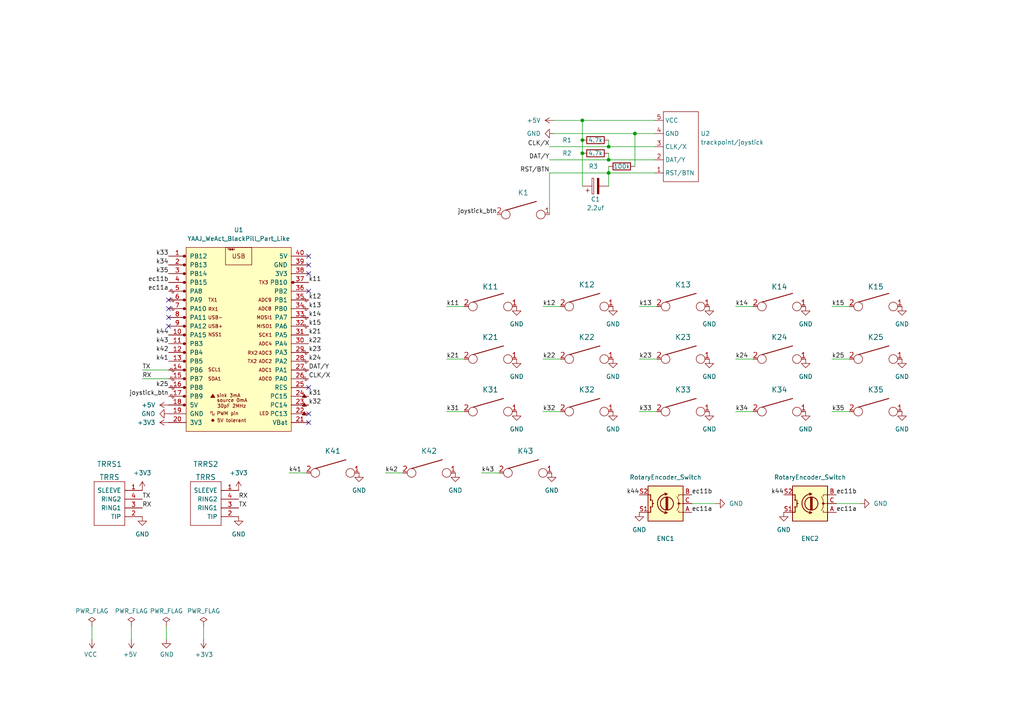
<source format=kicad_sch>
(kicad_sch (version 20211123) (generator eeschema)
  (paper "A4")
  (lib_symbols
    (symbol "Device:C_Polarized" (pin_numbers hide) (pin_names (offset 0.254))
      (property "Reference" "C" (at 0.635 2.54 0))
      (property "Value" "C_Polarized" (at 0.635 -2.54 0))
      (symbol "C_Polarized_0_1"
        (rectangle (start -2.286 0.508) (end 2.286 1.016))
        (polyline (pts (xy -1.778 2.286) (xy -0.762 2.286)))
        (polyline (pts (xy -1.27 2.794) (xy -1.27 1.778)))
        (rectangle (start 2.286 -0.508) (end -2.286 -1.016) (fill (type outline)))
      )
      (symbol "C_Polarized_1_1"
        (pin passive line (at 0 3.81 270) (length 2.794) (name "~") (number "1"))
        (pin passive line (at 0 -3.81 90) (length 2.794) (name "~") (number "2"))
      )
    )
    (symbol "Device:R" (pin_numbers hide) (pin_names (offset 0))
      (property "Reference" "R" (at 2.032 0 90))
      (property "Value" "R" (at 0 0 90))
      (symbol "R_0_1"
        (rectangle (start -1.016 -2.54) (end 1.016 2.54) (stroke (width 0.254)))
      )
      (symbol "R_1_1"
        (pin passive line (at 0 3.81 270) (length 1.27) (name "~") (number "1"))
        (pin passive line (at 0 -3.81 90) (length 1.27) (name "~") (number "2"))
      )
    )
    (symbol "Device:RotaryEncoder_Switch" (pin_names (offset 0.254) hide)
      (property "Reference" "SW" (at 0 6.604 0))
      (property "Value" "RotaryEncoder_Switch" (at 0 -6.604 0))
      (symbol "RotaryEncoder_Switch_0_1"
        (rectangle (start -5.08 5.08) (end 5.08 -5.08) (stroke (width 0.254)) (fill (type background)))
        (circle (center -3.81 0) (radius 0.254) (fill (type outline)))
        (arc (start -0.381 -2.794) (mid 2.3622 -0.0508) (end -0.381 2.667) (stroke (width 0.254)))
        (circle (center -0.381 0) (radius 1.905) (stroke (width 0.254)))
        (polyline (pts (xy -0.635 -1.778) (xy -0.635 1.778)) (stroke (width 0.254)))
        (polyline (pts (xy -0.381 -1.778) (xy -0.381 1.778)) (stroke (width 0.254)))
        (polyline (pts (xy -0.127 1.778) (xy -0.127 -1.778)) (stroke (width 0.254)))
        (polyline (pts (xy 3.81 0) (xy 3.429 0)) (stroke (width 0.254)))
        (polyline (pts (xy 3.81 1.016) (xy 3.81 -1.016)) (stroke (width 0.254)))
        (polyline (pts (xy -5.08 -2.54) (xy -3.81 -2.54) (xy -3.81 -2.032)))
        (polyline (pts (xy -5.08 2.54) (xy -3.81 2.54) (xy -3.81 2.032)))
        (polyline (pts (xy 0.254 -3.048) (xy -0.508 -2.794) (xy 0.127 -2.413)) (stroke (width 0.254)))
        (polyline (pts (xy 0.254 2.921) (xy -0.508 2.667) (xy 0.127 2.286)) (stroke (width 0.254)))
        (polyline (pts (xy 5.08 -2.54) (xy 4.318 -2.54) (xy 4.318 -1.016)) (stroke (width 0.254)))
        (polyline (pts (xy 5.08 2.54) (xy 4.318 2.54) (xy 4.318 1.016)) (stroke (width 0.254)))
        (polyline (pts (xy -5.08 0) (xy -3.81 0) (xy -3.81 -1.016) (xy -3.302 -2.032)))
        (polyline (pts (xy -4.318 0) (xy -3.81 0) (xy -3.81 1.016) (xy -3.302 2.032)))
        (circle (center 4.318 -1.016) (radius 0.127) (stroke (width 0.254)))
        (circle (center 4.318 1.016) (radius 0.127) (stroke (width 0.254)))
      )
      (symbol "RotaryEncoder_Switch_1_1"
        (pin passive line (at -7.62 2.54 0) (length 2.54) (name "A") (number "A"))
        (pin passive line (at -7.62 -2.54 0) (length 2.54) (name "B") (number "B"))
        (pin passive line (at -7.62 0 0) (length 2.54) (name "C") (number "C"))
        (pin passive line (at 7.62 2.54 180) (length 2.54) (name "S1") (number "S1"))
        (pin passive line (at 7.62 -2.54 180) (length 2.54) (name "S2") (number "S2"))
      )
    )
    (symbol "YAAJ_WeAct_BlackPill_Part_Like:YAAJ_WeAct_BlackPill_Part_Like" (pin_names (offset 1.016))
      (property "Reference" "U" (at -12.7 27.94 0))
      (property "Value" "YAAJ_WeAct_BlackPill_Part_Like" (at 0 2.54 90))
      (symbol "YAAJ_WeAct_BlackPill_Part_Like_0_0"
        (circle (center -15.748 -20.32) (radius 0.3556) (fill (type outline)))
        (circle (center -15.748 -17.78) (radius 0.3556) (fill (type outline)))
        (circle (center -15.748 -15.24) (radius 0.3556) (fill (type outline)))
        (circle (center -15.748 -12.7) (radius 0.3556) (fill (type outline)))
        (circle (center -15.748 -10.16) (radius 0.3556) (fill (type outline)))
        (circle (center -15.748 -7.62) (radius 0.3556) (fill (type outline)))
        (circle (center -15.748 -5.08) (radius 0.3556) (fill (type outline)))
        (circle (center -15.748 -2.54) (radius 0.3556) (fill (type outline)))
        (circle (center -15.748 0) (radius 0.3556) (fill (type outline)))
        (circle (center -15.748 2.54) (radius 0.3556) (fill (type outline)))
        (circle (center -15.748 5.08) (radius 0.3556) (fill (type outline)))
        (circle (center -15.748 7.62) (radius 0.3556) (fill (type outline)))
        (circle (center -15.748 10.16) (radius 0.3556) (fill (type outline)))
        (circle (center -15.748 12.7) (radius 0.3556) (fill (type outline)))
        (circle (center -15.748 15.24) (radius 0.3556) (fill (type outline)))
        (circle (center -15.748 17.78) (radius 0.3556) (fill (type outline)))
        (circle (center -15.748 22.86) (radius 0.3556) (fill (type outline)))
        (circle (center -7.493 -24.765) (radius 0.127) (fill (type outline)))
        (circle (center -7.493 -24.765) (radius 0.254))
        (circle (center -7.493 -24.765) (radius 0.3556))
        (polyline (pts (xy -8.128 -18.161) (xy -7.493 -17.145) (xy -6.858 -18.161) (xy -8.128 -18.161) (xy -7.493 -17.272) (xy -6.985 -18.161) (xy -8.001 -18.034) (xy -7.493 -17.399) (xy -7.112 -18.161) (xy -7.874 -17.907) (xy -7.366 -17.526) (xy -7.239 -18.161) (xy -7.747 -17.78) (xy -7.239 -17.653) (xy -7.366 -18.034) (xy -7.62 -17.78) (xy -7.366 -17.907) (xy -7.493 -17.653)))
        (polyline (pts (xy 18.415 -23.241) (xy 19.05 -22.225) (xy 19.685 -23.241) (xy 18.415 -23.241) (xy 19.05 -22.352) (xy 19.558 -23.241) (xy 18.542 -23.114) (xy 19.05 -22.479) (xy 19.431 -23.241) (xy 18.669 -22.987) (xy 19.177 -22.606) (xy 19.304 -23.241) (xy 18.796 -22.86) (xy 19.304 -22.733) (xy 19.177 -23.114) (xy 18.923 -22.86) (xy 19.177 -22.987) (xy 19.05 -22.733)))
        (polyline (pts (xy 18.415 -20.701) (xy 19.05 -19.685) (xy 19.685 -20.701) (xy 18.415 -20.701) (xy 19.05 -19.812) (xy 19.558 -20.701) (xy 18.542 -20.574) (xy 19.05 -19.939) (xy 19.431 -20.701) (xy 18.669 -20.447) (xy 19.177 -20.066) (xy 19.304 -20.701) (xy 18.796 -20.32) (xy 19.304 -20.193) (xy 19.177 -20.574) (xy 18.923 -20.32) (xy 19.177 -20.447) (xy 19.05 -20.193)))
        (polyline (pts (xy 18.415 -18.161) (xy 19.05 -17.145) (xy 19.685 -18.161) (xy 18.415 -18.161) (xy 19.05 -17.272) (xy 19.558 -18.161) (xy 18.542 -18.034) (xy 19.05 -17.399) (xy 19.431 -18.161) (xy 18.669 -17.907) (xy 19.177 -17.526) (xy 19.304 -18.161) (xy 18.796 -17.78) (xy 19.304 -17.653) (xy 19.177 -18.034) (xy 18.923 -17.78) (xy 19.177 -17.907) (xy 19.05 -17.653)))
        (circle (center 15.748 15.24) (radius 0.254) (fill (type outline)))
        (circle (center 15.748 15.24) (radius 0.3556))
        (text "30pF 2MHz" (at -2.032 -20.574 0) (effects (font (size 0.9906 0.9906))))
        (text "5V tolerant" (at -2.032 -24.765 0) (effects (font (size 0.9906 0.9906))))
        (text "ADC0" (at 7.747 -12.7 0) (effects (font (size 0.9906 0.9906))))
        (text "ADC1" (at 7.747 -10.16 0) (effects (font (size 0.9906 0.9906))))
        (text "ADC2" (at 7.747 -7.62 0) (effects (font (size 0.9906 0.9906))))
        (text "ADC3" (at 7.747 -5.207 0) (effects (font (size 0.9906 0.9906))))
        (text "ADC4" (at 7.747 -2.54 0) (effects (font (size 0.9906 0.9906))))
        (text "ADC8" (at 7.62 7.62 0) (effects (font (size 0.9906 0.9906))))
        (text "ADC9" (at 7.62 10.16 0) (effects (font (size 0.9906 0.9906))))
        (text "LED" (at 7.366 -22.733 0) (effects (font (size 0.9906 0.9906))))
        (text "MISO1" (at 7.493 2.54 0) (effects (font (size 0.9906 0.9906))))
        (text "MOSI1" (at 7.493 5.08 0) (effects (font (size 0.9906 0.9906))))
        (text "NSS1" (at -6.858 0.127 0) (effects (font (size 0.9906 0.9906))))
        (text "PWM pin" (at -3.175 -22.733 0) (effects (font (size 0.9906 0.9906))))
        (text "RX1" (at -7.366 7.493 0) (effects (font (size 0.9906 0.9906))))
        (text "RX2" (at 4.064 -5.207 0) (effects (font (size 0.9906 0.9906))))
        (text "SCK1" (at 7.747 0 0) (effects (font (size 0.9906 0.9906))))
        (text "SCL1" (at -6.985 -10.033 0) (effects (font (size 0.9906 0.9906))))
        (text "SDA1" (at -6.985 -12.7 0) (effects (font (size 0.9906 0.9906))))
        (text "sink 3mA" (at -2.921 -17.526 0) (effects (font (size 0.9906 0.9906))))
        (text "source 0mA" (at -1.905 -18.923 0) (effects (font (size 0.9906 0.9906))))
        (text "TX1" (at -7.493 10.16 0) (effects (font (size 0.9906 0.9906))))
        (text "TX2" (at 3.937 -7.62 0) (effects (font (size 0.9906 0.9906))))
        (text "TX3" (at 7.239 15.24 0) (effects (font (size 0.9906 0.9906))))
        (text "USB" (at 0 22.86 0) (effects (font (size 1.27 1.27))))
        (text "USB+" (at -6.731 2.54 0) (effects (font (size 0.9906 0.9906))))
        (text "USB-" (at -6.731 5.08 0) (effects (font (size 0.9906 0.9906))))
        (text "Y@@J" (at -2.159 24.892 0) (effects (font (size 0.508 0.508))))
      )
      (symbol "YAAJ_WeAct_BlackPill_Part_Like_0_1"
        (rectangle (start -15.24 25.4) (end 15.24 -27.94) (fill (type background)))
        (polyline (pts (xy -18.796 -17.78) (xy -18.796 -18.288) (xy -19.304 -18.288) (xy -19.304 -17.272) (xy -19.812 -17.272) (xy -19.812 -17.78)))
        (polyline (pts (xy -18.796 -15.24) (xy -18.796 -15.748) (xy -19.304 -15.748) (xy -19.304 -14.732) (xy -19.812 -14.732) (xy -19.812 -15.24)))
        (polyline (pts (xy -18.796 -12.7) (xy -18.796 -13.208) (xy -19.304 -13.208) (xy -19.304 -12.192) (xy -19.812 -12.192) (xy -19.812 -12.7)))
        (polyline (pts (xy -18.796 -10.16) (xy -18.796 -10.668) (xy -19.304 -10.668) (xy -19.304 -9.652) (xy -19.812 -9.652) (xy -19.812 -10.16)))
        (polyline (pts (xy -18.796 7.62) (xy -18.796 7.112) (xy -19.304 7.112) (xy -19.304 8.128) (xy -19.812 8.128) (xy -19.812 7.62)))
        (polyline (pts (xy -18.796 10.16) (xy -18.796 9.652) (xy -19.304 9.652) (xy -19.304 10.668) (xy -19.812 10.668) (xy -19.812 10.16)))
        (polyline (pts (xy -18.796 12.7) (xy -18.796 12.192) (xy -19.304 12.192) (xy -19.304 13.208) (xy -19.812 13.208) (xy -19.812 12.7)))
        (polyline (pts (xy -7.112 -22.733) (xy -7.112 -23.241) (xy -7.62 -23.241) (xy -7.62 -22.225) (xy -8.128 -22.225) (xy -8.128 -22.733)))
        (polyline (pts (xy 19.812 -12.7) (xy 19.812 -13.208) (xy 19.304 -13.208) (xy 19.304 -12.192) (xy 18.796 -12.192) (xy 18.796 -12.7)))
        (polyline (pts (xy 19.812 -10.16) (xy 19.812 -10.668) (xy 19.304 -10.668) (xy 19.304 -9.652) (xy 18.796 -9.652) (xy 18.796 -10.16)))
        (polyline (pts (xy 19.812 -7.62) (xy 19.812 -8.128) (xy 19.304 -8.128) (xy 19.304 -7.112) (xy 18.796 -7.112) (xy 18.796 -7.62)))
        (polyline (pts (xy 19.812 -5.08) (xy 19.812 -5.588) (xy 19.304 -5.588) (xy 19.304 -4.572) (xy 18.796 -4.572) (xy 18.796 -5.08)))
        (polyline (pts (xy 19.812 2.54) (xy 19.812 2.032) (xy 19.304 2.032) (xy 19.304 3.048) (xy 18.796 3.048) (xy 18.796 2.54)))
        (polyline (pts (xy 19.812 5.08) (xy 19.812 4.572) (xy 19.304 4.572) (xy 19.304 5.588) (xy 18.796 5.588) (xy 18.796 5.08)))
        (polyline (pts (xy 19.812 7.62) (xy 19.812 7.112) (xy 19.304 7.112) (xy 19.304 8.128) (xy 18.796 8.128) (xy 18.796 7.62)))
        (polyline (pts (xy 19.812 10.16) (xy 19.812 9.652) (xy 19.304 9.652) (xy 19.304 10.668) (xy 18.796 10.668) (xy 18.796 10.16)))
        (rectangle (start 3.81 25.4) (end -3.81 20.32))
      )
      (symbol "YAAJ_WeAct_BlackPill_Part_Like_1_1"
        (circle (center -15.748 20.32) (radius 0.3556) (fill (type outline)))
        (pin bidirectional line (at -20.32 22.86 0) (length 5.08) (name "PB12") (number "1"))
        (pin bidirectional line (at -20.32 0 0) (length 5.08) (name "PA15") (number "10"))
        (pin bidirectional line (at -20.32 -2.54 0) (length 5.08) (name "PB3") (number "11"))
        (pin bidirectional line (at -20.32 -5.08 0) (length 5.08) (name "PB4") (number "12"))
        (pin bidirectional line (at -20.32 -7.62 0) (length 5.08) (name "PB5") (number "13"))
        (pin bidirectional line (at -20.32 -10.16 0) (length 5.08) (name "PB6") (number "14"))
        (pin bidirectional line (at -20.32 -12.7 0) (length 5.08) (name "PB7") (number "15"))
        (pin bidirectional line (at -20.32 -15.24 0) (length 5.08) (name "PB8") (number "16"))
        (pin bidirectional line (at -20.32 -17.78 0) (length 5.08) (name "PB9") (number "17"))
        (pin power_in line (at -20.32 -20.32 0) (length 5.08) (name "5V") (number "18"))
        (pin power_in line (at -20.32 -22.86 0) (length 5.08) (name "GND") (number "19"))
        (pin bidirectional line (at -20.32 20.32 0) (length 5.08) (name "PB13") (number "2"))
        (pin power_in line (at -20.32 -25.4 0) (length 5.08) (name "3V3") (number "20"))
        (pin power_in line (at 20.32 -25.4 180) (length 5.08) (name "VBat") (number "21"))
        (pin bidirectional line (at 20.32 -22.86 180) (length 5.08) (name "PC13") (number "22"))
        (pin bidirectional line (at 20.32 -20.32 180) (length 5.08) (name "PC14") (number "23"))
        (pin bidirectional line (at 20.32 -17.78 180) (length 5.08) (name "PC15") (number "24"))
        (pin input line (at 20.32 -15.24 180) (length 5.08) (name "RES") (number "25"))
        (pin bidirectional line (at 20.32 -12.7 180) (length 5.08) (name "PA0") (number "26"))
        (pin bidirectional line (at 20.32 -10.16 180) (length 5.08) (name "PA1") (number "27"))
        (pin bidirectional line (at 20.32 -7.62 180) (length 5.08) (name "PA2") (number "28"))
        (pin bidirectional line (at 20.32 -5.08 180) (length 5.08) (name "PA3") (number "29"))
        (pin bidirectional line (at -20.32 17.78 0) (length 5.08) (name "PB14") (number "3"))
        (pin bidirectional line (at 20.32 -2.54 180) (length 5.08) (name "PA4") (number "30"))
        (pin bidirectional line (at 20.32 0 180) (length 5.08) (name "PA5") (number "31"))
        (pin bidirectional line (at 20.32 2.54 180) (length 5.08) (name "PA6") (number "32"))
        (pin bidirectional line (at 20.32 5.08 180) (length 5.08) (name "PA7") (number "33"))
        (pin bidirectional line (at 20.32 7.62 180) (length 5.08) (name "PB0") (number "34"))
        (pin bidirectional line (at 20.32 10.16 180) (length 5.08) (name "PB1") (number "35"))
        (pin bidirectional line (at 20.32 12.7 180) (length 5.08) (name "PB2") (number "36"))
        (pin bidirectional line (at 20.32 15.24 180) (length 5.08) (name "PB10") (number "37"))
        (pin power_in line (at 20.32 17.78 180) (length 5.08) (name "3V3") (number "38"))
        (pin power_in line (at 20.32 20.32 180) (length 5.08) (name "GND") (number "39"))
        (pin bidirectional line (at -20.32 15.24 0) (length 5.08) (name "PB15") (number "4"))
        (pin power_in line (at 20.32 22.86 180) (length 5.08) (name "5V") (number "40"))
        (pin bidirectional line (at -20.32 12.7 0) (length 5.08) (name "PA8") (number "5"))
        (pin bidirectional line (at -20.32 10.16 0) (length 5.08) (name "PA9") (number "6"))
        (pin bidirectional line (at -20.32 7.62 0) (length 5.08) (name "PA10") (number "7"))
        (pin bidirectional line (at -20.32 5.08 0) (length 5.08) (name "PA11") (number "8"))
        (pin bidirectional line (at -20.32 2.54 0) (length 5.08) (name "PA12") (number "9"))
      )
    )
    (symbol "keebio:TRRS" (pin_names (offset 1.016))
      (property "Reference" "U" (at 0 15.24 0))
      (property "Value" "TRRS" (at 0 -2.54 0))
      (symbol "TRRS_0_1"
        (rectangle (start -3.81 0) (end -3.81 12.7))
        (rectangle (start -3.81 12.7) (end 5.08 12.7))
        (rectangle (start 5.08 0) (end -3.81 0))
        (rectangle (start 5.08 12.7) (end 5.08 0))
      )
      (symbol "TRRS_1_1"
        (pin input line (at -8.89 2.54 0) (length 5.08) (name "SLEEVE") (number "1"))
        (pin input line (at -8.89 10.16 0) (length 5.08) (name "TIP") (number "2"))
        (pin input line (at -8.89 7.62 0) (length 5.08) (name "RING1") (number "3"))
        (pin input line (at -8.89 5.08 0) (length 5.08) (name "RING2") (number "4"))
      )
    )
    (symbol "keyboard_parts:KEYSW" (pin_names (offset 1.016))
      (property "Reference" "K?" (at -1.27 0 0))
      (symbol "KEYSW_0_1"
        (circle (center -5.08 0) (radius 1.27))
        (polyline (pts (xy -5.08 1.27) (xy 3.81 3.81)) (stroke (width 0.254)))
        (circle (center 5.08 0) (radius 1.27))
      )
      (symbol "KEYSW_1_1"
        (pin passive line (at 7.62 0 180) (length 1.27) (name "~") (number "1"))
        (pin passive line (at -7.62 0 0) (length 1.27) (name "~") (number "2"))
      )
    )
    (symbol "power:+3V3" (power) (pin_names (offset 0))
      (property "Value" "+3V3" (at 0 3.556 0))
      (symbol "+3V3_0_1"
        (polyline (pts (xy -0.762 1.27) (xy 0 2.54)))
        (polyline (pts (xy 0 0) (xy 0 2.54)))
        (polyline (pts (xy 0 2.54) (xy 0.762 1.27)))
      )
      (symbol "+3V3_1_1"
        (pin power_in line (at 0 0 90) (length 0) hide (name "+3V3") (number "1"))
      )
    )
    (symbol "power:+5V" (power) (pin_names (offset 0))
      (property "Value" "+5V" (at 0 3.556 0))
      (symbol "+5V_0_1"
        (polyline (pts (xy -0.762 1.27) (xy 0 2.54)))
        (polyline (pts (xy 0 0) (xy 0 2.54)))
        (polyline (pts (xy 0 2.54) (xy 0.762 1.27)))
      )
      (symbol "+5V_1_1"
        (pin power_in line (at 0 0 90) (length 0) hide (name "+5V") (number "1"))
      )
    )
    (symbol "power:GND" (power) (pin_names (offset 0))
      (property "Value" "GND" (at 0 -3.81 0))
      (symbol "GND_0_1"
        (polyline (pts (xy 0 0) (xy 0 -1.27) (xy 1.27 -1.27) (xy 0 -2.54) (xy -1.27 -1.27) (xy 0 -1.27)))
      )
      (symbol "GND_1_1"
        (pin power_in line (at 0 0 270) (length 0) hide (name "GND") (number "1"))
      )
    )
    (symbol "power:PWR_FLAG" (power) (pin_numbers hide) (pin_names (offset 0) hide)
      (property "Value" "PWR_FLAG" (at 0 3.81 0))
      (symbol "PWR_FLAG_0_0"
        (pin power_out line (at 0 0 90) (length 0) (name "pwr") (number "1"))
      )
      (symbol "PWR_FLAG_0_1"
        (polyline (pts (xy 0 0) (xy 0 1.27) (xy -1.016 1.905) (xy 0 2.54) (xy 1.016 1.905) (xy 0 1.27)))
      )
    )
    (symbol "power:VCC" (power) (pin_names (offset 0))
      (property "Value" "VCC" (at 0 3.81 0))
      (symbol "VCC_0_1"
        (polyline (pts (xy -0.762 1.27) (xy 0 2.54)))
        (polyline (pts (xy 0 0) (xy 0 2.54)))
        (polyline (pts (xy 0 2.54) (xy 0.762 1.27)))
      )
      (symbol "VCC_1_1"
        (pin power_in line (at 0 0 90) (length 0) hide (name "VCC") (number "1"))
      )
    )
    (symbol "pskeeb-components:trackpoint{slash}joystick"
      (property "Reference" "U" (at 0 1.27 0))
      (property "Value" "trackpoint{slash}joystick" (at 0 3.81 0))
      (symbol "trackpoint{slash}joystick_0_1"
        (rectangle (start 2.54 0) (end 12.7 -20.32))
      )
      (symbol "trackpoint{slash}joystick_1_1"
        (pin passive line (at 0 -17.78 0) (length 2.54) (name "RST/BTN") (number "1"))
        (pin passive line (at 0 -13.97 0) (length 2.54) (name "DAT/Y") (number "2"))
        (pin passive line (at 0 -10.16 0) (length 2.54) (name "CLK/X") (number "3"))
        (pin passive line (at 0 -6.35 0) (length 2.54) (name "GND") (number "4"))
        (pin passive line (at 0 -2.54 0) (length 2.54) (name "VCC") (number "5"))
      )
    )
  )
  (junction (at 184.15 38.735))
  (junction (at 168.91 34.925))
  (junction (at 176.53 46.355))
  (junction (at 168.91 40.64))
  (junction (at 176.53 50.165))
  (junction (at 168.91 44.45))
  (junction (at 176.53 42.545))
  (no_connect (at 89.535 112.395))
  (no_connect (at 89.535 84.455))
  (no_connect (at 89.535 122.555))
  (no_connect (at 48.895 94.615))
  (no_connect (at 48.895 86.995))
  (no_connect (at 48.895 89.535))
  (no_connect (at 48.895 92.075))
  (no_connect (at 89.535 74.295))
  (no_connect (at 89.535 76.835))
  (no_connect (at 89.535 79.375))
  (no_connect (at 89.535 120.015))
  (wire (pts (xy 41.275 109.855) (xy 48.895 109.855)))
  (wire (pts (xy 168.91 34.925) (xy 168.91 40.64)))
  (wire (pts (xy 168.91 40.64) (xy 168.91 44.45)))
  (wire (pts (xy 185.42 119.38) (xy 190.5 119.38)))
  (wire (pts (xy 176.53 48.26) (xy 176.53 50.165)))
  (wire (pts (xy 184.15 38.735) (xy 184.15 48.26)))
  (wire (pts (xy 176.53 40.64) (xy 176.53 42.545)))
  (wire (pts (xy 241.3 119.38) (xy 246.38 119.38)))
  (wire (pts (xy 168.91 44.45) (xy 168.91 53.975)))
  (wire (pts (xy 168.91 34.925) (xy 189.865 34.925)))
  (wire (pts (xy 48.26 181.61) (xy 48.26 185.42)))
  (wire (pts (xy 160.655 34.925) (xy 168.91 34.925)))
  (wire (pts (xy 176.53 42.545) (xy 189.865 42.545)))
  (wire (pts (xy 129.54 104.14) (xy 134.62 104.14)))
  (wire (pts (xy 207.645 146.05) (xy 200.66 146.05)))
  (wire (pts (xy 157.48 88.9) (xy 162.56 88.9)))
  (wire (pts (xy 176.53 46.355) (xy 189.865 46.355)))
  (wire (pts (xy 213.36 104.14) (xy 218.44 104.14)))
  (wire (pts (xy 159.385 50.165) (xy 159.385 62.23)))
  (wire (pts (xy 185.42 88.9) (xy 190.5 88.9)))
  (wire (pts (xy 241.3 104.14) (xy 246.38 104.14)))
  (wire (pts (xy 184.15 38.735) (xy 189.865 38.735)))
  (wire (pts (xy 160.655 38.735) (xy 184.15 38.735)))
  (wire (pts (xy 159.385 50.165) (xy 176.53 50.165)))
  (wire (pts (xy 176.53 44.45) (xy 176.53 46.355)))
  (wire (pts (xy 159.385 46.355) (xy 176.53 46.355)))
  (wire (pts (xy 38.1 181.61) (xy 38.1 185.42)))
  (wire (pts (xy 59.055 181.61) (xy 59.055 185.42)))
  (wire (pts (xy 111.76 137.16) (xy 116.84 137.16)))
  (wire (pts (xy 176.53 50.165) (xy 189.865 50.165)))
  (wire (pts (xy 241.3 88.9) (xy 246.38 88.9)))
  (wire (pts (xy 176.53 50.165) (xy 176.53 53.975)))
  (wire (pts (xy 213.36 88.9) (xy 218.44 88.9)))
  (wire (pts (xy 159.385 42.545) (xy 176.53 42.545)))
  (wire (pts (xy 157.48 104.14) (xy 162.56 104.14)))
  (wire (pts (xy 26.67 181.61) (xy 26.67 185.42)))
  (wire (pts (xy 41.275 107.315) (xy 48.895 107.315)))
  (wire (pts (xy 129.54 119.38) (xy 134.62 119.38)))
  (wire (pts (xy 185.42 104.14) (xy 190.5 104.14)))
  (wire (pts (xy 249.555 146.05) (xy 242.57 146.05)))
  (wire (pts (xy 213.36 119.38) (xy 218.44 119.38)))
  (wire (pts (xy 129.54 88.9) (xy 134.62 88.9)))
  (wire (pts (xy 139.7 137.16) (xy 144.78 137.16)))
  (wire (pts (xy 83.82 137.16) (xy 88.9 137.16)))
  (wire (pts (xy 157.48 119.38) (xy 162.56 119.38)))
  (label "ec11b" (at 242.57 143.51 0))
  (label "k44" (at 48.895 97.155 180))
  (label "k34" (at 48.895 76.835 180))
  (label "k42" (at 111.76 137.16 0))
  (label "k15" (at 89.535 94.615 0))
  (label "k11" (at 89.535 81.915 0))
  (label "k14" (at 213.36 88.9 0))
  (label "k23" (at 185.42 104.14 0))
  (label "ec11b" (at 48.895 81.915 180))
  (label "k35" (at 241.3 119.38 0))
  (label "k31" (at 89.535 114.935 0))
  (label "joystick_btn" (at 144.145 62.23 180))
  (label "k14" (at 89.535 92.075 0))
  (label "RX" (at 41.275 109.855 0))
  (label "k22" (at 89.535 99.695 0))
  (label "k31" (at 129.54 119.38 0))
  (label "TX" (at 41.275 107.315 0))
  (label "k33" (at 48.895 74.295 180))
  (label "ec11a" (at 48.895 84.455 180))
  (label "k43" (at 139.7 137.16 0))
  (label "k13" (at 185.42 88.9 0))
  (label "k32" (at 89.535 117.475 0))
  (label "joystick_btn" (at 48.895 114.935 180))
  (label "k12" (at 89.535 86.995 0))
  (label "k34" (at 213.36 119.38 0))
  (label "RX" (at 41.275 147.32 0))
  (label "TX" (at 69.215 147.32 0))
  (label "CLK{slash}X" (at 89.535 109.855 0))
  (label "ec11a" (at 242.57 148.59 0))
  (label "k32" (at 157.48 119.38 0))
  (label "TX" (at 41.275 144.78 0))
  (label "k33" (at 185.42 119.38 0))
  (label "k15" (at 241.3 88.9 0))
  (label "k25" (at 48.895 112.395 180))
  (label "k21" (at 89.535 97.155 0))
  (label "k44" (at 227.33 143.51 180))
  (label "k35" (at 48.895 79.375 180))
  (label "k25" (at 241.3 104.14 0))
  (label "k41" (at 83.82 137.16 0))
  (label "ec11a" (at 200.66 148.59 0))
  (label "DAT{slash}Y" (at 159.385 46.355 180))
  (label "k41" (at 48.895 104.775 180))
  (label "k43" (at 48.895 99.695 180))
  (label "k12" (at 157.48 88.9 0))
  (label "k24" (at 213.36 104.14 0))
  (label "k13" (at 89.535 89.535 0))
  (label "ec11b" (at 200.66 143.51 0))
  (label "k21" (at 129.54 104.14 0))
  (label "k22" (at 157.48 104.14 0))
  (label "RST{slash}BTN" (at 159.385 50.165 180))
  (label "k23" (at 89.535 102.235 0))
  (label "k42" (at 48.895 102.235 180))
  (label "k11" (at 129.54 88.9 0))
  (label "CLK{slash}X" (at 159.385 42.545 180))
  (label "RX" (at 69.215 144.78 0))
  (label "k24" (at 89.535 104.775 0))
  (label "k44" (at 185.42 143.51 180))
  (label "DAT{slash}Y" (at 89.535 107.315 0))
  (symbol (lib_id "power:GND") (at 205.74 88.9 0) (unit 1)
    (property "Reference" "#PWR0112" (effects hide))
    (property "Value" "GND" (at 205.74 93.98 0))
  )
  (symbol (lib_id "keyboard_parts:KEYSW") (at 226.06 104.14 0) (unit 1)
    (property "Reference" "K24" (at 226.06 97.79 0) (effects (font (size 1.524 1.524))))
    (property "Value" "KEYSW" (effects hide))
    (property "Footprint" "Gateron:Gateron KS-27 Reversible" (effects hide))
  )
  (symbol (lib_id "power:GND") (at 149.86 119.38 0) (unit 1)
    (property "Reference" "#PWR0101" (effects hide))
    (property "Value" "GND" (at 149.86 124.46 0))
  )
  (symbol (lib_id "power:GND") (at 205.74 104.14 0) (unit 1)
    (property "Reference" "#PWR0113" (effects hide))
    (property "Value" "GND" (at 205.74 109.22 0))
  )
  (symbol (lib_id "keyboard_parts:KEYSW") (at 142.24 104.14 0) (unit 1)
    (property "Reference" "K21" (at 142.24 97.79 0) (effects (font (size 1.524 1.524))))
    (property "Value" "KEYSW" (effects hide))
    (property "Footprint" "Gateron:Gateron KS-27 Reversible" (effects hide))
  )
  (symbol (lib_id "power:+3V3") (at 48.895 122.555 90) (unit 1)
    (property "Reference" "#PWR0107" (effects hide))
    (property "Value" "+3V3" (at 45.085 122.5549 90) (effects (justify left)))
  )
  (symbol (lib_id "power:+5V") (at 160.655 34.925 90) (unit 1)
    (property "Reference" "#PWR0123" (effects hide))
    (property "Value" "+5V" (at 156.845 34.9249 90) (effects (justify left)))
  )
  (symbol (lib_id "power:GND") (at 48.895 120.015 270) (unit 1)
    (property "Reference" "#PWR0121" (effects hide))
    (property "Value" "GND" (at 45.085 120.0149 90) (effects (justify right)))
  )
  (symbol (lib_id "power:GND") (at 205.74 119.38 0) (unit 1)
    (property "Reference" "#PWR0114" (effects hide))
    (property "Value" "GND" (at 205.74 124.46 0))
  )
  (symbol (lib_id "Device:C_Polarized") (at 172.72 53.975 90) (unit 1)
    (property "Reference" "C1" (at 172.72 57.785 90))
    (property "Value" "2.2uf" (at 172.72 60.325 90))
    (property "Footprint" "Capacitor_THT:CP_Radial_D5.0mm_P2.00mm" (effects hide))
  )
  (symbol (lib_id "power:PWR_FLAG") (at 48.26 181.61 0) (unit 1)
    (property "Reference" "#U0102" (effects hide))
    (property "Value" "PWR_FLAG" (at 48.26 177.2158 0))
  )
  (symbol (lib_id "power:GND") (at 69.215 149.86 0) (unit 1)
    (property "Reference" "#PWR0132" (effects hide))
    (property "Value" "GND" (at 69.215 154.94 0))
  )
  (symbol (lib_id "power:GND") (at 149.86 104.14 0) (unit 1)
    (property "Reference" "#PWR0103" (effects hide))
    (property "Value" "GND" (at 149.86 109.22 0))
  )
  (symbol (lib_id "Device:R") (at 172.72 40.64 90) (unit 1)
    (property "Reference" "R1" (at 164.465 40.64 90))
    (property "Value" "4.7k" (at 172.72 40.64 90))
    (property "Footprint" "Resistor_THT:R_Axial_DIN0207_L6.3mm_D2.5mm_P10.16mm_Horizontal" (effects hide))
  )
  (symbol (lib_id "power:GND") (at 261.62 88.9 0) (unit 1)
    (property "Reference" "#PWR0119" (effects hide))
    (property "Value" "GND" (at 261.62 93.98 0))
  )
  (symbol (lib_id "keyboard_parts:KEYSW") (at 124.46 137.16 0) (unit 1)
    (property "Reference" "K42" (at 124.46 130.81 0) (effects (font (size 1.524 1.524))))
    (property "Value" "KEYSW" (effects hide))
    (property "Footprint" "Gateron:Gateron KS-27 Reversible" (effects hide))
  )
  (symbol (lib_id "power:GND") (at 41.275 149.86 0) (unit 1)
    (property "Reference" "#PWR0111" (effects hide))
    (property "Value" "GND" (at 41.275 154.94 0))
  )
  (symbol (lib_id "keyboard_parts:KEYSW") (at 198.12 119.38 0) (unit 1)
    (property "Reference" "K33" (at 198.12 113.03 0) (effects (font (size 1.524 1.524))))
    (property "Value" "KEYSW" (effects hide))
    (property "Footprint" "Gateron:Gateron KS-27 Reversible" (effects hide))
  )
  (symbol (lib_id "keyboard_parts:KEYSW") (at 226.06 88.9 0) (unit 1)
    (property "Reference" "K14" (at 226.06 83.185 0) (effects (font (size 1.524 1.524))))
    (property "Value" "KEYSW" (effects hide))
    (property "Footprint" "Gateron:Gateron KS-27 Reversible" (effects hide))
  )
  (symbol (lib_id "power:GND") (at 177.8 88.9 0) (unit 1)
    (property "Reference" "#PWR0104" (effects hide))
    (property "Value" "GND" (at 177.8 93.98 0))
  )
  (symbol (lib_id "power:GND") (at 233.68 104.14 0) (unit 1)
    (property "Reference" "#PWR0116" (effects hide))
    (property "Value" "GND" (at 233.68 109.22 0))
  )
  (symbol (lib_id "YAAJ_WeAct_BlackPill_Part_Like:YAAJ_WeAct_BlackPill_Part_Like") (at 69.215 97.155 0) (unit 1)
    (property "Reference" "U1" (at 69.215 66.675 0))
    (property "Value" "YAAJ_WeAct_BlackPill_Part_Like" (at 69.215 69.215 0))
    (property "Footprint" "WeAct_BlackPill:YAAJ_WeAct_BlackPill_2" (effects hide))
  )
  (symbol (lib_id "power:GND") (at 160.02 137.16 0) (unit 1)
    (property "Reference" "#PWR0102" (effects hide))
    (property "Value" "GND" (at 160.02 142.24 0))
  )
  (symbol (lib_id "keyboard_parts:KEYSW") (at 254 88.9 0) (unit 1)
    (property "Reference" "K15" (at 254 83.185 0) (effects (font (size 1.524 1.524))))
    (property "Value" "KEYSW" (effects hide))
    (property "Footprint" "Gateron:Gateron KS-27 Reversible" (effects hide))
  )
  (symbol (lib_id "power:GND") (at 48.26 185.42 0) (unit 1)
    (property "Reference" "#PWR0136" (effects hide))
    (property "Value" "GND" (at 48.387 189.8142 0))
  )
  (symbol (lib_id "power:GND") (at 261.62 119.38 0) (unit 1)
    (property "Reference" "#PWR0115" (effects hide))
    (property "Value" "GND" (at 261.62 124.46 0))
  )
  (symbol (lib_id "power:+5V") (at 48.895 117.475 90) (unit 1)
    (property "Reference" "#PWR0122" (effects hide))
    (property "Value" "+5V" (at 45.085 117.4749 90) (effects (justify left)))
  )
  (symbol (lib_id "Device:R") (at 180.34 48.26 90) (unit 1)
    (property "Reference" "R3" (at 172.085 48.26 90))
    (property "Value" "100k" (at 180.34 48.26 90))
    (property "Footprint" "Resistor_THT:R_Axial_DIN0207_L6.3mm_D2.5mm_P10.16mm_Horizontal" (effects hide))
  )
  (symbol (lib_id "power:GND") (at 207.645 146.05 90) (unit 1)
    (property "Reference" "#PWR0129" (effects hide))
    (property "Value" "GND" (at 211.455 146.0499 90) (effects (justify right)))
  )
  (symbol (lib_id "keyboard_parts:KEYSW") (at 170.18 119.38 0) (unit 1)
    (property "Reference" "K32" (at 170.18 113.03 0) (effects (font (size 1.524 1.524))))
    (property "Value" "KEYSW" (effects hide))
    (property "Footprint" "Gateron:Gateron KS-27 Reversible" (effects hide))
  )
  (symbol (lib_id "power:GND") (at 132.08 137.16 0) (unit 1)
    (property "Reference" "#PWR0110" (effects hide))
    (property "Value" "GND" (at 132.08 142.24 0))
  )
  (symbol (lib_id "pskeeb-components:trackpoint{slash}joystick") (at 189.865 32.385 0) (unit 1)
    (property "Reference" "U2" (at 203.2 38.7349 0) (effects (justify left)))
    (property "Value" "trackpoint/joystick" (at 203.2 41.2749 0) (effects (justify left)))
    (property "Footprint" "Connector_JST:JST_GH_BM05B-GHS-TBT_1x05-1MP_P1.25mm_Vertical" (effects hide))
  )
  (symbol (lib_id "keyboard_parts:KEYSW") (at 198.12 104.14 0) (unit 1)
    (property "Reference" "K23" (at 198.12 97.79 0) (effects (font (size 1.524 1.524))))
    (property "Value" "KEYSW" (effects hide))
    (property "Footprint" "Gateron:Gateron KS-27 Reversible" (effects hide))
  )
  (symbol (lib_id "keyboard_parts:KEYSW") (at 151.765 62.23 0) (unit 1)
    (property "Reference" "K1" (at 151.765 55.88 0) (effects (font (size 1.524 1.524))))
    (property "Value" "KEYSW" (effects hide))
    (property "Footprint" "Resistor_SMD:R_0201_0603Metric_Pad0.64x0.40mm_HandSolder" (effects hide))
  )
  (symbol (lib_id "keyboard_parts:KEYSW") (at 170.18 104.14 0) (unit 1)
    (property "Reference" "K22" (at 170.18 97.79 0) (effects (font (size 1.524 1.524))))
    (property "Value" "KEYSW" (effects hide))
    (property "Footprint" "Gateron:Gateron KS-27 Reversible" (effects hide))
  )
  (symbol (lib_id "power:GND") (at 233.68 88.9 0) (unit 1)
    (property "Reference" "#PWR0120" (effects hide))
    (property "Value" "GND" (at 233.68 93.98 0))
  )
  (symbol (lib_id "power:GND") (at 185.42 148.59 0) (unit 1)
    (property "Reference" "#PWR0130" (effects hide))
    (property "Value" "GND" (at 185.42 153.67 0))
  )
  (symbol (lib_id "Device:RotaryEncoder_Switch") (at 193.04 146.05 180) (unit 1)
    (property "Reference" "ENC1" (at 193.04 156.21 0))
    (property "Value" "RotaryEncoder_Switch" (at 193.04 138.43 0))
    (property "Footprint" "Keebio-Parts:RotaryEncoder_EC11" (effects hide))
  )
  (symbol (lib_id "Device:R") (at 172.72 44.45 90) (unit 1)
    (property "Reference" "R2" (at 164.465 44.45 90))
    (property "Value" "4.7k" (at 172.72 44.45 90))
    (property "Footprint" "Resistor_THT:R_Axial_DIN0207_L6.3mm_D2.5mm_P10.16mm_Horizontal" (effects hide))
  )
  (symbol (lib_id "keyboard_parts:KEYSW") (at 96.52 137.16 0) (unit 1)
    (property "Reference" "K41" (at 96.52 130.81 0) (effects (font (size 1.524 1.524))))
    (property "Value" "KEYSW" (effects hide))
    (property "Footprint" "Gateron:Gateron KS-27 Reversible" (effects hide))
  )
  (symbol (lib_id "keyboard_parts:KEYSW") (at 142.24 119.38 0) (unit 1)
    (property "Reference" "K31" (at 142.24 113.03 0) (effects (font (size 1.524 1.524))))
    (property "Value" "KEYSW" (effects hide))
    (property "Footprint" "Gateron:Gateron KS-27 Reversible" (effects hide))
  )
  (symbol (lib_id "power:GND") (at 160.655 38.735 270) (unit 1)
    (property "Reference" "#PWR0126" (effects hide))
    (property "Value" "GND" (at 156.845 38.7349 90) (effects (justify right)))
  )
  (symbol (lib_id "power:GND") (at 149.86 88.9 0) (unit 1)
    (property "Reference" "#PWR0128" (effects hide))
    (property "Value" "GND" (at 149.86 93.98 0))
  )
  (symbol (lib_id "power:PWR_FLAG") (at 38.1 181.61 0) (unit 1)
    (property "Reference" "#U0101" (effects hide))
    (property "Value" "PWR_FLAG" (at 38.1 177.2158 0))
  )
  (symbol (lib_id "power:+3V3") (at 41.275 142.24 0) (unit 1)
    (property "Reference" "#PWR0109" (effects hide))
    (property "Value" "+3V3" (at 41.275 137.16 0))
  )
  (symbol (lib_id "power:+3V3") (at 59.055 185.42 180) (unit 1)
    (property "Reference" "#PWR0133" (effects hide))
    (property "Value" "+3V3" (at 56.515 189.865 0) (effects (justify right)))
  )
  (symbol (lib_id "power:GND") (at 177.8 104.14 0) (unit 1)
    (property "Reference" "#PWR0105" (effects hide))
    (property "Value" "GND" (at 177.8 109.22 0))
  )
  (symbol (lib_id "keyboard_parts:KEYSW") (at 152.4 137.16 0) (unit 1)
    (property "Reference" "K43" (at 152.4 130.81 0) (effects (font (size 1.524 1.524))))
    (property "Value" "KEYSW" (effects hide))
    (property "Footprint" "Gateron:Gateron KS-27 Reversible" (effects hide))
  )
  (symbol (lib_id "power:GND") (at 233.68 119.38 0) (unit 1)
    (property "Reference" "#PWR0118" (effects hide))
    (property "Value" "GND" (at 233.68 124.46 0))
  )
  (symbol (lib_id "keyboard_parts:KEYSW") (at 254 119.38 0) (unit 1)
    (property "Reference" "K35" (at 254 113.03 0) (effects (font (size 1.524 1.524))))
    (property "Value" "KEYSW" (effects hide))
    (property "Footprint" "Gateron:Gateron KS-27 Reversible" (effects hide))
  )
  (symbol (lib_id "power:PWR_FLAG") (at 26.67 181.61 0) (unit 1)
    (property "Reference" "#U0103" (effects hide))
    (property "Value" "PWR_FLAG" (at 26.67 177.2158 0))
  )
  (symbol (lib_id "keebio:TRRS") (at 60.325 139.7 180) (unit 1)
    (property "Reference" "TRRS2" (at 59.69 134.62 0) (effects (font (size 1.524 1.524))))
    (property "Value" "TRRS" (at 59.69 138.43 0) (effects (font (size 1.524 1.524))))
    (property "Footprint" "Keebio-Parts:TRRS-PJ-320A" (effects hide))
  )
  (symbol (lib_id "power:VCC") (at 26.67 185.42 180) (unit 1)
    (property "Reference" "#PWR0137" (effects hide))
    (property "Value" "VCC" (at 26.289 189.8142 0))
  )
  (symbol (lib_id "power:+3V3") (at 69.215 142.24 0) (unit 1)
    (property "Reference" "#PWR0131" (effects hide))
    (property "Value" "+3V3" (at 69.215 137.16 0))
  )
  (symbol (lib_id "power:GND") (at 227.33 148.59 0) (unit 1)
    (property "Reference" "#PWR0125" (effects hide))
    (property "Value" "GND" (at 227.33 153.67 0))
  )
  (symbol (lib_id "keyboard_parts:KEYSW") (at 198.12 88.9 0) (unit 1)
    (property "Reference" "K13" (at 198.12 82.55 0) (effects (font (size 1.524 1.524))))
    (property "Value" "KEYSW" (effects hide))
    (property "Footprint" "Gateron:Gateron KS-27 Reversible" (effects hide))
  )
  (symbol (lib_id "Device:RotaryEncoder_Switch") (at 234.95 146.05 180) (unit 1)
    (property "Reference" "ENC2" (at 234.95 156.21 0))
    (property "Value" "RotaryEncoder_Switch" (at 234.95 138.43 0))
    (property "Footprint" "Keebio-Parts:RotaryEncoder_EC11" (effects hide))
  )
  (symbol (lib_id "keyboard_parts:KEYSW") (at 142.24 88.9 0) (unit 1)
    (property "Reference" "K11" (at 142.24 83.185 0) (effects (font (size 1.524 1.524))))
    (property "Value" "KEYSW" (effects hide))
    (property "Footprint" "Gateron:Gateron KS-27 Reversible" (effects hide))
  )
  (symbol (lib_id "power:GND") (at 177.8 119.38 0) (unit 1)
    (property "Reference" "#PWR0106" (effects hide))
    (property "Value" "GND" (at 177.8 124.46 0))
  )
  (symbol (lib_id "keyboard_parts:KEYSW") (at 170.18 88.9 0) (unit 1)
    (property "Reference" "K12" (at 170.18 82.55 0) (effects (font (size 1.524 1.524))))
    (property "Value" "KEYSW" (effects hide))
    (property "Footprint" "Gateron:Gateron KS-27 Reversible" (effects hide))
  )
  (symbol (lib_id "keyboard_parts:KEYSW") (at 254 104.14 0) (unit 1)
    (property "Reference" "K25" (at 254 97.79 0) (effects (font (size 1.524 1.524))))
    (property "Value" "KEYSW" (effects hide))
    (property "Footprint" "Gateron:Gateron KS-27 Reversible" (effects hide))
  )
  (symbol (lib_id "power:GND") (at 261.62 104.14 0) (unit 1)
    (property "Reference" "#PWR0117" (effects hide))
    (property "Value" "GND" (at 261.62 109.22 0))
  )
  (symbol (lib_id "keebio:TRRS") (at 32.385 139.7 180) (unit 1)
    (property "Reference" "TRRS1" (at 31.75 134.62 0) (effects (font (size 1.524 1.524))))
    (property "Value" "TRRS" (at 31.75 138.43 0) (effects (font (size 1.524 1.524))))
    (property "Footprint" "Keebio-Parts:TRRS-PJ-320A" (effects hide))
  )
  (symbol (lib_id "power:GND") (at 249.555 146.05 90) (unit 1)
    (property "Reference" "#PWR0124" (effects hide))
    (property "Value" "GND" (at 253.365 146.0499 90) (effects (justify right)))
  )
  (symbol (lib_id "power:+5V") (at 38.1 185.42 180) (unit 1)
    (property "Reference" "#PWR0135" (effects hide))
    (property "Value" "+5V" (at 37.719 189.8142 0))
  )
  (symbol (lib_id "power:PWR_FLAG") (at 59.055 181.61 0) (unit 1)
    (property "Reference" "#U0104" (effects hide))
    (property "Value" "PWR_FLAG" (at 59.055 177.2158 0))
  )
  (symbol (lib_id "power:GND") (at 104.14 137.16 0) (unit 1)
    (property "Reference" "#PWR0108" (effects hide))
    (property "Value" "GND" (at 104.14 142.24 0))
  )
  (symbol (lib_id "keyboard_parts:KEYSW") (at 226.06 119.38 0) (unit 1)
    (property "Reference" "K34" (at 226.06 113.03 0) (effects (font (size 1.524 1.524))))
    (property "Value" "KEYSW" (effects hide))
    (property "Footprint" "Gateron:Gateron KS-27 Reversible" (effects hide))
  )
)
</source>
